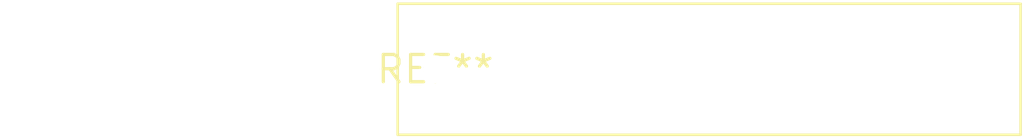
<source format=kicad_pcb>
(kicad_pcb (version 20240108) (generator pcbnew)
  (layers (0 "F.Cu" signal) (31 "B.Cu" signal) (34 "B.Paste" user) (35 "F.Paste" user) (36 "B.SilkS" user "B.Silkscreen") (37 "F.SilkS" user "F.Silkscreen") (38 "B.Mask" user) (39 "F.Mask" user) (44 "Edge.Cuts" user))
  (net 0 "")
  (footprint "Fuseholder_Littelfuse_100_series_5x25mm" (layer "F.Cu") (at 0 0)
    (property "Reference" "REF**")
    (property "Value" "Fuseholder_Littelfuse_100_series_5x25mm")
    (fp_line (start -1.75 -3.05) (end 27.25 -3.05) (layer "F.SilkS") (stroke (width 0.12)))
    (fp_line (start -1.75 3.05) (end -1.75 -3.05) (layer "F.SilkS") (stroke (width 0.12)))
    (fp_line (start 27.25 -3.05) (end 27.25 3.05) (layer "F.SilkS") (stroke (width 0.12)))
    (fp_line (start 27.25 3.05) (end -1.75 3.05) (layer "F.SilkS") (stroke (width 0.12)))
    (pad "1" thru_hole circle (at 0 0) (size 2.3 2.3) (drill 1.3) (layers *.Cu *.Mask) (remove_unused_layers))
    (pad "1" thru_hole circle (at 4.6 0) (size 2.3 2.3) (drill 1.3) (layers *.Cu *.Mask) (remove_unused_layers))
    (pad "2" thru_hole circle (at 20.9 0) (size 2.3 2.3) (drill 1.3) (layers *.Cu *.Mask) (remove_unused_layers))
    (pad "2" thru_hole circle (at 25.5 0) (size 2.3 2.3) (drill 1.3) (layers *.Cu *.Mask) (remove_unused_layers))
  )
)
</source>
